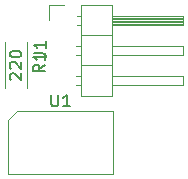
<source format=gbr>
%TF.GenerationSoftware,KiCad,Pcbnew,7.0.9*%
%TF.CreationDate,2023-11-23T13:33:43+10:00*%
%TF.ProjectId,util_photoswitch,7574696c-5f70-4686-9f74-6f7377697463,rev?*%
%TF.SameCoordinates,Original*%
%TF.FileFunction,Legend,Top*%
%TF.FilePolarity,Positive*%
%FSLAX46Y46*%
G04 Gerber Fmt 4.6, Leading zero omitted, Abs format (unit mm)*
G04 Created by KiCad (PCBNEW 7.0.9) date 2023-11-23 13:33:43*
%MOMM*%
%LPD*%
G01*
G04 APERTURE LIST*
%ADD10C,0.150000*%
%ADD11C,0.120000*%
%ADD12C,0.100000*%
G04 APERTURE END LIST*
D10*
X99251819Y-59430333D02*
X99966104Y-59430333D01*
X99966104Y-59430333D02*
X100108961Y-59477952D01*
X100108961Y-59477952D02*
X100204200Y-59573190D01*
X100204200Y-59573190D02*
X100251819Y-59716047D01*
X100251819Y-59716047D02*
X100251819Y-59811285D01*
X100251819Y-58430333D02*
X100251819Y-59001761D01*
X100251819Y-58716047D02*
X99251819Y-58716047D01*
X99251819Y-58716047D02*
X99394676Y-58811285D01*
X99394676Y-58811285D02*
X99489914Y-58906523D01*
X99489914Y-58906523D02*
X99537533Y-59001761D01*
X100204819Y-60416666D02*
X99728628Y-60749999D01*
X100204819Y-60988094D02*
X99204819Y-60988094D01*
X99204819Y-60988094D02*
X99204819Y-60607142D01*
X99204819Y-60607142D02*
X99252438Y-60511904D01*
X99252438Y-60511904D02*
X99300057Y-60464285D01*
X99300057Y-60464285D02*
X99395295Y-60416666D01*
X99395295Y-60416666D02*
X99538152Y-60416666D01*
X99538152Y-60416666D02*
X99633390Y-60464285D01*
X99633390Y-60464285D02*
X99681009Y-60511904D01*
X99681009Y-60511904D02*
X99728628Y-60607142D01*
X99728628Y-60607142D02*
X99728628Y-60988094D01*
X100204819Y-59464285D02*
X100204819Y-60035713D01*
X100204819Y-59749999D02*
X99204819Y-59749999D01*
X99204819Y-59749999D02*
X99347676Y-59845237D01*
X99347676Y-59845237D02*
X99442914Y-59940475D01*
X99442914Y-59940475D02*
X99490533Y-60035713D01*
X97300057Y-61698094D02*
X97252438Y-61650475D01*
X97252438Y-61650475D02*
X97204819Y-61555237D01*
X97204819Y-61555237D02*
X97204819Y-61317142D01*
X97204819Y-61317142D02*
X97252438Y-61221904D01*
X97252438Y-61221904D02*
X97300057Y-61174285D01*
X97300057Y-61174285D02*
X97395295Y-61126666D01*
X97395295Y-61126666D02*
X97490533Y-61126666D01*
X97490533Y-61126666D02*
X97633390Y-61174285D01*
X97633390Y-61174285D02*
X98204819Y-61745713D01*
X98204819Y-61745713D02*
X98204819Y-61126666D01*
X97300057Y-60745713D02*
X97252438Y-60698094D01*
X97252438Y-60698094D02*
X97204819Y-60602856D01*
X97204819Y-60602856D02*
X97204819Y-60364761D01*
X97204819Y-60364761D02*
X97252438Y-60269523D01*
X97252438Y-60269523D02*
X97300057Y-60221904D01*
X97300057Y-60221904D02*
X97395295Y-60174285D01*
X97395295Y-60174285D02*
X97490533Y-60174285D01*
X97490533Y-60174285D02*
X97633390Y-60221904D01*
X97633390Y-60221904D02*
X98204819Y-60793332D01*
X98204819Y-60793332D02*
X98204819Y-60174285D01*
X97204819Y-59555237D02*
X97204819Y-59459999D01*
X97204819Y-59459999D02*
X97252438Y-59364761D01*
X97252438Y-59364761D02*
X97300057Y-59317142D01*
X97300057Y-59317142D02*
X97395295Y-59269523D01*
X97395295Y-59269523D02*
X97585771Y-59221904D01*
X97585771Y-59221904D02*
X97823866Y-59221904D01*
X97823866Y-59221904D02*
X98014342Y-59269523D01*
X98014342Y-59269523D02*
X98109580Y-59317142D01*
X98109580Y-59317142D02*
X98157200Y-59364761D01*
X98157200Y-59364761D02*
X98204819Y-59459999D01*
X98204819Y-59459999D02*
X98204819Y-59555237D01*
X98204819Y-59555237D02*
X98157200Y-59650475D01*
X98157200Y-59650475D02*
X98109580Y-59698094D01*
X98109580Y-59698094D02*
X98014342Y-59745713D01*
X98014342Y-59745713D02*
X97823866Y-59793332D01*
X97823866Y-59793332D02*
X97585771Y-59793332D01*
X97585771Y-59793332D02*
X97395295Y-59745713D01*
X97395295Y-59745713D02*
X97300057Y-59698094D01*
X97300057Y-59698094D02*
X97252438Y-59650475D01*
X97252438Y-59650475D02*
X97204819Y-59555237D01*
X100738095Y-62954819D02*
X100738095Y-63764342D01*
X100738095Y-63764342D02*
X100785714Y-63859580D01*
X100785714Y-63859580D02*
X100833333Y-63907200D01*
X100833333Y-63907200D02*
X100928571Y-63954819D01*
X100928571Y-63954819D02*
X101119047Y-63954819D01*
X101119047Y-63954819D02*
X101214285Y-63907200D01*
X101214285Y-63907200D02*
X101261904Y-63859580D01*
X101261904Y-63859580D02*
X101309523Y-63764342D01*
X101309523Y-63764342D02*
X101309523Y-62954819D01*
X102309523Y-63954819D02*
X101738095Y-63954819D01*
X102023809Y-63954819D02*
X102023809Y-62954819D01*
X102023809Y-62954819D02*
X101928571Y-63097676D01*
X101928571Y-63097676D02*
X101833333Y-63192914D01*
X101833333Y-63192914D02*
X101738095Y-63240533D01*
D11*
%TO.C,J1*%
X100527000Y-55387000D02*
X101797000Y-55387000D01*
X100527000Y-56657000D02*
X100527000Y-55387000D01*
X102839929Y-58817000D02*
X103237000Y-58817000D01*
X102839929Y-59577000D02*
X103237000Y-59577000D01*
X102839929Y-61357000D02*
X103237000Y-61357000D01*
X102839929Y-62117000D02*
X103237000Y-62117000D01*
X102907000Y-56277000D02*
X103237000Y-56277000D01*
X102907000Y-57037000D02*
X103237000Y-57037000D01*
X103237000Y-55327000D02*
X103237000Y-63067000D01*
X103237000Y-57927000D02*
X105897000Y-57927000D01*
X103237000Y-60467000D02*
X105897000Y-60467000D01*
X103237000Y-63067000D02*
X105897000Y-63067000D01*
X105897000Y-55327000D02*
X103237000Y-55327000D01*
X105897000Y-56277000D02*
X111897000Y-56277000D01*
X105897000Y-56337000D02*
X111897000Y-56337000D01*
X105897000Y-56457000D02*
X111897000Y-56457000D01*
X105897000Y-56577000D02*
X111897000Y-56577000D01*
X105897000Y-56697000D02*
X111897000Y-56697000D01*
X105897000Y-56817000D02*
X111897000Y-56817000D01*
X105897000Y-56937000D02*
X111897000Y-56937000D01*
X105897000Y-58817000D02*
X111897000Y-58817000D01*
X105897000Y-61357000D02*
X111897000Y-61357000D01*
X105897000Y-63067000D02*
X105897000Y-55327000D01*
X111897000Y-56277000D02*
X111897000Y-57037000D01*
X111897000Y-57037000D02*
X105897000Y-57037000D01*
X111897000Y-58817000D02*
X111897000Y-59577000D01*
X111897000Y-59577000D02*
X105897000Y-59577000D01*
X111897000Y-61357000D02*
X111897000Y-62117000D01*
X111897000Y-62117000D02*
X105897000Y-62117000D01*
%TO.C,R1*%
X96830000Y-62380000D02*
X96830000Y-58540000D01*
X98670000Y-62380000D02*
X98670000Y-58540000D01*
D12*
%TO.C,U1*%
X97047680Y-65114800D02*
X97047680Y-69686800D01*
X97047680Y-65114800D02*
X97809680Y-64352800D01*
X97809680Y-64352800D02*
X105937680Y-64352800D01*
X105937680Y-64352800D02*
X105937680Y-69686800D01*
X105937680Y-69686800D02*
X97047680Y-69686800D01*
%TD*%
M02*

</source>
